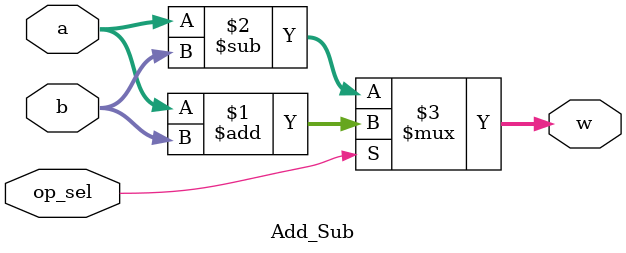
<source format=v>
module Add_Sub(input [4:0]a,b,input op_sel,output [4:0]w);
	assign w = (op_sel) ? a+b : a-b;
endmodule

</source>
